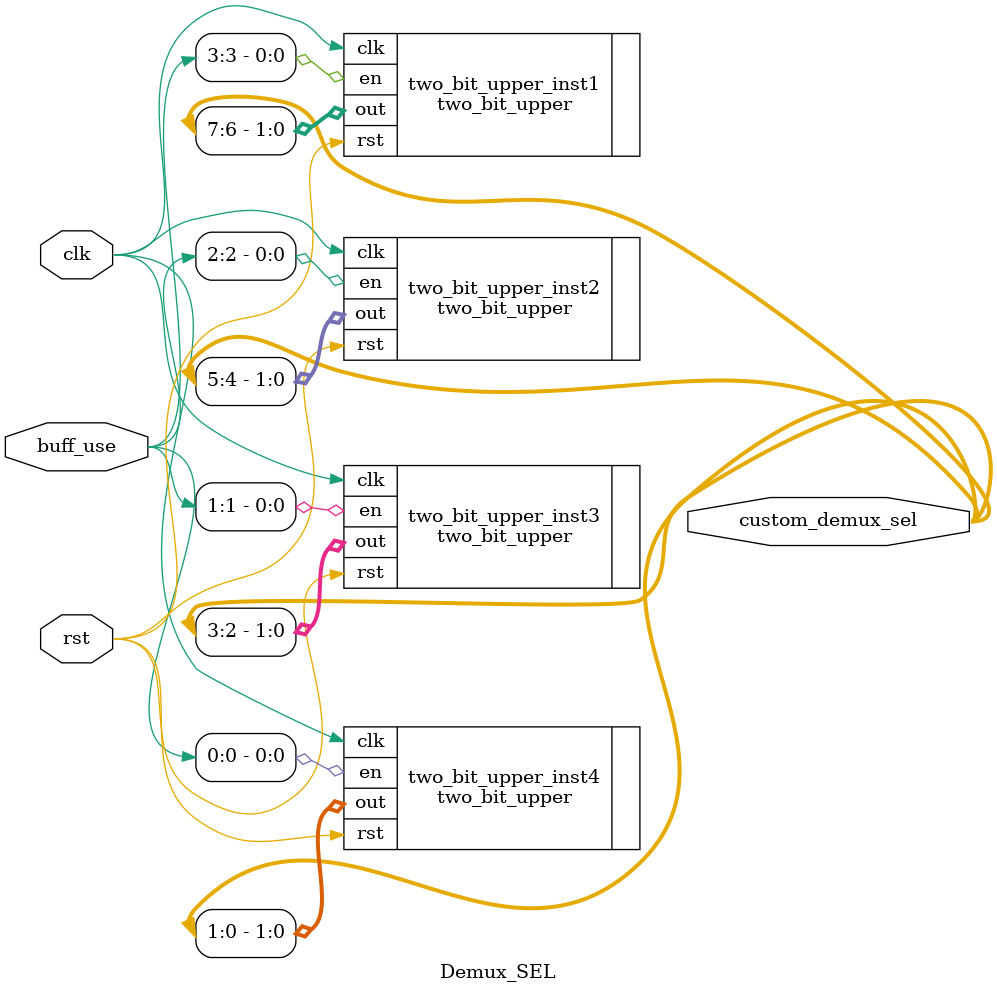
<source format=v>
module Demux_SEL(

    input           clk,
    input           rst,
    input   [3:0]   buff_use,
    output  [7:0]   custom_demux_sel
);

    // inst two_bit_upper
    two_bit_upper two_bit_upper_inst1(.clk(clk), .en(buff_use[3]), .rst(rst), .out(custom_demux_sel[7:6]));
    two_bit_upper two_bit_upper_inst2(.clk(clk), .en(buff_use[2]), .rst(rst), .out(custom_demux_sel[5:4]));
    two_bit_upper two_bit_upper_inst3(.clk(clk), .en(buff_use[1]), .rst(rst), .out(custom_demux_sel[3:2]));
    two_bit_upper two_bit_upper_inst4(.clk(clk), .en(buff_use[0]), .rst(rst), .out(custom_demux_sel[1:0]));
    
endmodule
</source>
